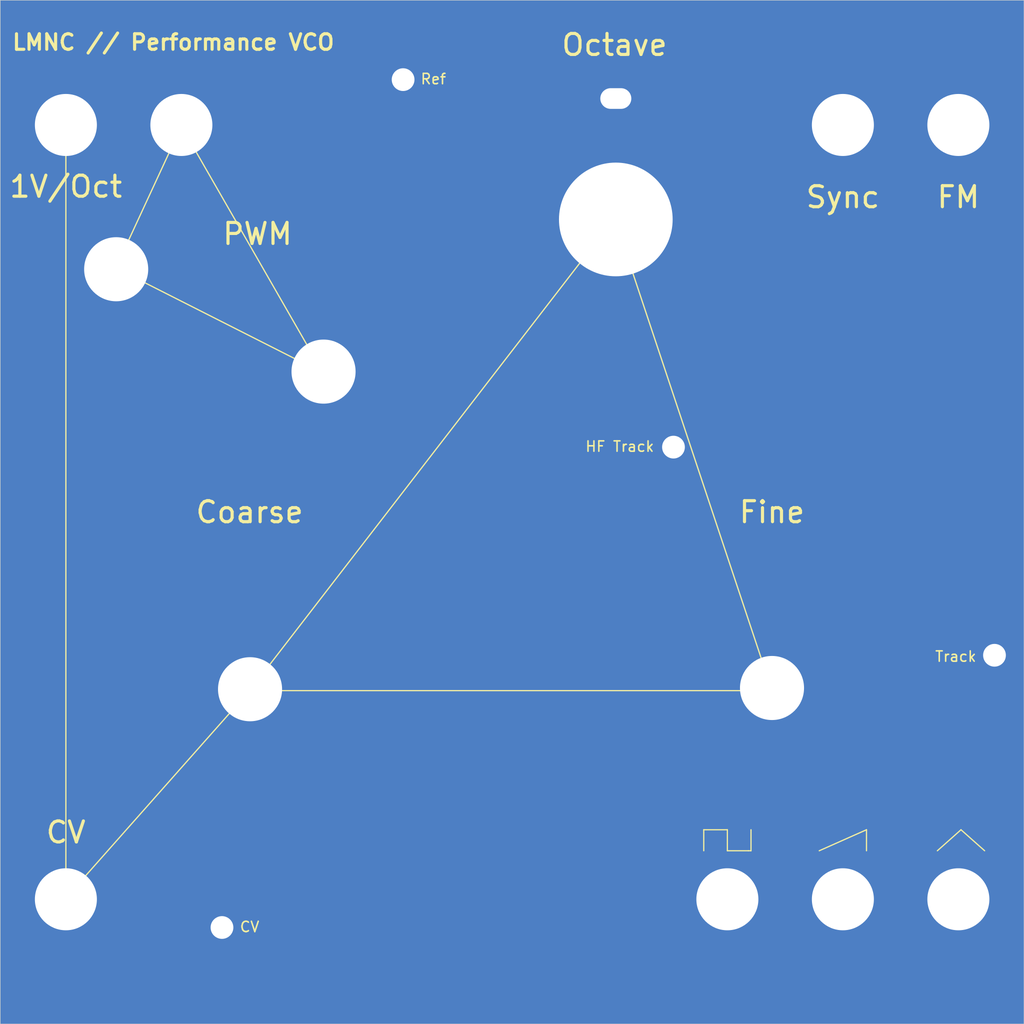
<source format=kicad_pcb>
(kicad_pcb (version 20171130) (host pcbnew 5.1.4)

  (general
    (thickness 1.6)
    (drawings 42)
    (tracks 0)
    (zones 0)
    (modules 17)
    (nets 1)
  )

  (page A4)
  (layers
    (0 F.Cu signal hide)
    (31 B.Cu signal hide)
    (32 B.Adhes user)
    (33 F.Adhes user)
    (34 B.Paste user)
    (35 F.Paste user)
    (36 B.SilkS user)
    (37 F.SilkS user)
    (38 B.Mask user)
    (39 F.Mask user)
    (40 Dwgs.User user)
    (41 Cmts.User user)
    (42 Eco1.User user)
    (43 Eco2.User user)
    (44 Edge.Cuts user)
    (45 Margin user)
    (46 B.CrtYd user)
    (47 F.CrtYd user)
    (48 B.Fab user)
    (49 F.Fab user)
  )

  (setup
    (last_trace_width 0.25)
    (trace_clearance 0.2)
    (zone_clearance 0.508)
    (zone_45_only no)
    (trace_min 0.2)
    (via_size 0.8)
    (via_drill 0.4)
    (via_min_size 0.4)
    (via_min_drill 0.3)
    (uvia_size 0.3)
    (uvia_drill 0.1)
    (uvias_allowed no)
    (uvia_min_size 0.2)
    (uvia_min_drill 0.1)
    (edge_width 0.05)
    (segment_width 0.2)
    (pcb_text_width 0.3)
    (pcb_text_size 1.5 1.5)
    (mod_edge_width 0.12)
    (mod_text_size 1 1)
    (mod_text_width 0.15)
    (pad_size 1.524 1.524)
    (pad_drill 0.762)
    (pad_to_mask_clearance 0.051)
    (solder_mask_min_width 0.25)
    (aux_axis_origin 50.8 50.8)
    (grid_origin 50.8 50.8)
    (visible_elements FFFFFF7F)
    (pcbplotparams
      (layerselection 0x010fc_ffffffff)
      (usegerberextensions false)
      (usegerberattributes true)
      (usegerberadvancedattributes false)
      (creategerberjobfile false)
      (excludeedgelayer true)
      (linewidth 0.100000)
      (plotframeref false)
      (viasonmask false)
      (mode 1)
      (useauxorigin true)
      (hpglpennumber 1)
      (hpglpenspeed 20)
      (hpglpendiameter 15.000000)
      (psnegative false)
      (psa4output false)
      (plotreference true)
      (plotvalue true)
      (plotinvisibletext false)
      (padsonsilk false)
      (subtractmaskfromsilk false)
      (outputformat 1)
      (mirror false)
      (drillshape 0)
      (scaleselection 1)
      (outputdirectory "plots/"))
  )

  (net 0 "")

  (net_class Default "This is the default net class."
    (clearance 0.2)
    (trace_width 0.25)
    (via_dia 0.8)
    (via_drill 0.4)
    (uvia_dia 0.3)
    (uvia_drill 0.1)
  )

  (module 3296W-1-250:MountingHole_Pot_Screw (layer F.Cu) (tedit 5E24BD17) (tstamp 5E24BDF8)
    (at 148.09504 115.27062 180)
    (fp_text reference REF** (at -2.286 -2.54) (layer F.Fab)
      (effects (font (size 1 1) (thickness 0.15)))
    )
    (fp_text value MountingHole_Pot_Screw (at 0.254 4.064) (layer F.Fab)
      (effects (font (size 1 1) (thickness 0.15)))
    )
    (fp_line (start 0 3.048) (end 0 0) (layer F.Fab) (width 0.12))
    (fp_line (start 0 0) (end 2.794 0) (layer F.Fab) (width 0.12))
    (pad "" np_thru_hole circle (at 1.09 1.09 180) (size 2.2 2.2) (drill 2.2) (layers *.Cu *.Mask))
  )

  (module 3296W-1-250:MountingHole_Pot_Screw (layer F.Cu) (tedit 5E24BD17) (tstamp 5E24BDC3)
    (at 117.03304 95.13062 180)
    (fp_text reference REF** (at -2.286 -2.54) (layer F.Fab)
      (effects (font (size 1 1) (thickness 0.15)))
    )
    (fp_text value MountingHole_Pot_Screw (at 0.254 4.064) (layer F.Fab)
      (effects (font (size 1 1) (thickness 0.15)))
    )
    (fp_line (start 0 0) (end 2.794 0) (layer F.Fab) (width 0.12))
    (fp_line (start 0 3.048) (end 0 0) (layer F.Fab) (width 0.12))
    (pad "" np_thru_hole circle (at 1.09 1.09 180) (size 2.2 2.2) (drill 2.2) (layers *.Cu *.Mask))
  )

  (module 3296W-1-250:MountingHole_Pot_Screw (layer F.Cu) (tedit 5E24BD17) (tstamp 5E24BDA5)
    (at 90.87104 59.57062 180)
    (fp_text reference REF** (at -2.286 -2.54) (layer F.Fab)
      (effects (font (size 1 1) (thickness 0.15)))
    )
    (fp_text value MountingHole_Pot_Screw (at 0.254 4.064) (layer F.Fab)
      (effects (font (size 1 1) (thickness 0.15)))
    )
    (fp_line (start 0 3.048) (end 0 0) (layer F.Fab) (width 0.12))
    (fp_line (start 0 0) (end 2.794 0) (layer F.Fab) (width 0.12))
    (pad "" np_thru_hole circle (at 1.09 1.09 180) (size 2.2 2.2) (drill 2.2) (layers *.Cu *.Mask))
  )

  (module 3296W-1-250:MountingHole_Pot_Screw (layer F.Cu) (tedit 5E24BD17) (tstamp 5E24BD51)
    (at 73.34504 141.61262 180)
    (fp_text reference REF** (at -2.286 -2.54) (layer F.Fab)
      (effects (font (size 1 1) (thickness 0.15)))
    )
    (fp_text value MountingHole_Pot_Screw (at 0.254 4.064) (layer F.Fab)
      (effects (font (size 1 1) (thickness 0.15)))
    )
    (fp_line (start 0 0) (end 2.794 0) (layer F.Fab) (width 0.12))
    (fp_line (start 0 3.048) (end 0 0) (layer F.Fab) (width 0.12))
    (pad "" np_thru_hole circle (at 1.09 1.09 180) (size 2.2 2.2) (drill 2.2) (layers *.Cu *.Mask))
  )

  (module 3296W-1-250:MountingHole_Pot_Alp (layer F.Cu) (tedit 5E24B8FA) (tstamp 5E24BB0E)
    (at 125.476 117.348)
    (fp_text reference REF** (at 0 -4.572) (layer F.Fab)
      (effects (font (size 1 1) (thickness 0.15)))
    )
    (fp_text value MountingHole_Pot_Alp (at 0 4.572) (layer F.Fab)
      (effects (font (size 1 1) (thickness 0.15)))
    )
    (pad "" np_thru_hole circle (at 0 0) (size 6.2 6.2) (drill 6.2) (layers *.Cu *.Mask))
  )

  (module 3296W-1-250:MountingHole_Pot_Alp (layer F.Cu) (tedit 5E24B8FA) (tstamp 5E24BAD0)
    (at 74.97064 117.46738)
    (fp_text reference REF** (at 0 -4.572) (layer F.Fab)
      (effects (font (size 1 1) (thickness 0.15)))
    )
    (fp_text value MountingHole_Pot_Alp (at 0 4.572) (layer F.Fab)
      (effects (font (size 1 1) (thickness 0.15)))
    )
    (pad "" np_thru_hole circle (at 0 0) (size 6.2 6.2) (drill 6.2) (layers *.Cu *.Mask))
  )

  (module 3296W-1-250:MountingHole_Pot_Alp (layer F.Cu) (tedit 5E24B8FA) (tstamp 5E24B96E)
    (at 82.08264 86.73338)
    (fp_text reference REF** (at 0 -4.572) (layer F.Fab)
      (effects (font (size 1 1) (thickness 0.15)))
    )
    (fp_text value MountingHole_Pot_Alp (at 0 4.572) (layer F.Fab)
      (effects (font (size 1 1) (thickness 0.15)))
    )
    (pad "" np_thru_hole circle (at 0 0) (size 6.2 6.2) (drill 6.2) (layers *.Cu *.Mask))
  )

  (module 3296W-1-250:MountingHole_Pot_Alp (layer F.Cu) (tedit 5E24B8FA) (tstamp 5E24B8FF)
    (at 62.01664 76.82738)
    (fp_text reference REF** (at 0 -4.572) (layer F.Fab)
      (effects (font (size 1 1) (thickness 0.15)))
    )
    (fp_text value MountingHole_Pot_Alp (at 0 4.572) (layer F.Fab)
      (effects (font (size 1 1) (thickness 0.15)))
    )
    (pad "" np_thru_hole circle (at 0 0) (size 6.2 6.2) (drill 6.2) (layers *.Cu *.Mask))
  )

  (module 3296W-1-250:MountingHoles_Selector_RS25 (layer F.Cu) (tedit 5E24B0A1) (tstamp 5E24B11E)
    (at 110.363 72.009)
    (descr "Mounting Hole 6mm, no annular")
    (tags "mounting hole 6mm no annular")
    (attr virtual)
    (fp_text reference REF** (at 0 -7) (layer F.Fab)
      (effects (font (size 1 1) (thickness 0.15)))
    )
    (fp_text value MountingHoles_Selector_RS25 (at 0 7) (layer F.Fab)
      (effects (font (size 1 1) (thickness 0.15)))
    )
    (fp_circle (center 0 0) (end 6.25 0) (layer F.CrtYd) (width 0.05))
    (fp_circle (center 0 0) (end 6 0) (layer Cmts.User) (width 0.15))
    (fp_text user %R (at 11.7348 -12.5222) (layer F.Fab)
      (effects (font (size 1 1) (thickness 0.15)))
    )
    (pad "" np_thru_hole oval (at 0 -11.7) (size 3 2) (drill oval 3 2) (layers *.Cu *.Mask))
    (pad "" np_thru_hole circle (at 0 0) (size 11 11) (drill 11) (layers *.Cu *.Mask))
  )

  (module MountingHole:MountingHole_6mm (layer F.Cu) (tedit 56D1B4CB) (tstamp 5E23BB64)
    (at 143.51 137.79246)
    (descr "Mounting Hole 6mm, no annular")
    (tags "mounting hole 6mm no annular")
    (attr virtual)
    (fp_text reference REF** (at 0 -7) (layer F.SilkS) hide
      (effects (font (size 1 1) (thickness 0.15)))
    )
    (fp_text value MountingHole_6mm (at 0 7) (layer F.Fab) hide
      (effects (font (size 1 1) (thickness 0.15)))
    )
    (fp_circle (center 0 0) (end 6.25 0) (layer F.CrtYd) (width 0.05))
    (fp_circle (center 0 0) (end 6 0) (layer Cmts.User) (width 0.15))
    (fp_text user %R (at 0.3 0) (layer F.Fab)
      (effects (font (size 1 1) (thickness 0.15)))
    )
    (pad 1 np_thru_hole circle (at 0 0) (size 6 6) (drill 6) (layers *.Cu *.Mask))
  )

  (module MountingHole:MountingHole_6mm (layer F.Cu) (tedit 56D1B4CB) (tstamp 5E23BB4B)
    (at 132.334 137.79246)
    (descr "Mounting Hole 6mm, no annular")
    (tags "mounting hole 6mm no annular")
    (attr virtual)
    (fp_text reference REF** (at 0 -7) (layer F.SilkS) hide
      (effects (font (size 1 1) (thickness 0.15)))
    )
    (fp_text value MountingHole_6mm (at 0 7) (layer F.Fab) hide
      (effects (font (size 1 1) (thickness 0.15)))
    )
    (fp_text user %R (at 0.3 0) (layer F.Fab)
      (effects (font (size 1 1) (thickness 0.15)))
    )
    (fp_circle (center 0 0) (end 6 0) (layer Cmts.User) (width 0.15))
    (fp_circle (center 0 0) (end 6.25 0) (layer F.CrtYd) (width 0.05))
    (pad 1 np_thru_hole circle (at 0 0) (size 6 6) (drill 6) (layers *.Cu *.Mask))
  )

  (module MountingHole:MountingHole_6mm (layer F.Cu) (tedit 56D1B4CB) (tstamp 5E23BB34)
    (at 121.158 137.79246)
    (descr "Mounting Hole 6mm, no annular")
    (tags "mounting hole 6mm no annular")
    (attr virtual)
    (fp_text reference REF** (at 0 -7) (layer F.SilkS) hide
      (effects (font (size 1 1) (thickness 0.15)))
    )
    (fp_text value MountingHole_6mm (at 0 7) (layer F.Fab) hide
      (effects (font (size 1 1) (thickness 0.15)))
    )
    (fp_circle (center 0 0) (end 6.25 0) (layer F.CrtYd) (width 0.05))
    (fp_circle (center 0 0) (end 6 0) (layer Cmts.User) (width 0.15))
    (fp_text user %R (at 0.3 0) (layer F.Fab)
      (effects (font (size 1 1) (thickness 0.15)))
    )
    (pad 1 np_thru_hole circle (at 0 0) (size 6 6) (drill 6) (layers *.Cu *.Mask))
  )

  (module MountingHole:MountingHole_6mm (layer F.Cu) (tedit 56D1B4CB) (tstamp 5E23BB1D)
    (at 57.15 137.79246)
    (descr "Mounting Hole 6mm, no annular")
    (tags "mounting hole 6mm no annular")
    (attr virtual)
    (fp_text reference REF** (at 0 -7) (layer F.SilkS) hide
      (effects (font (size 1 1) (thickness 0.15)))
    )
    (fp_text value MountingHole_6mm (at 0 7) (layer F.Fab) hide
      (effects (font (size 1 1) (thickness 0.15)))
    )
    (fp_text user %R (at 0.3 0) (layer F.Fab)
      (effects (font (size 1 1) (thickness 0.15)))
    )
    (fp_circle (center 0 0) (end 6 0) (layer Cmts.User) (width 0.15))
    (fp_circle (center 0 0) (end 6.25 0) (layer F.CrtYd) (width 0.05))
    (pad 1 np_thru_hole circle (at 0 0) (size 6 6) (drill 6) (layers *.Cu *.Mask))
  )

  (module MountingHole:MountingHole_6mm (layer F.Cu) (tedit 56D1B4CB) (tstamp 5E23BB04)
    (at 143.51 62.86754)
    (descr "Mounting Hole 6mm, no annular")
    (tags "mounting hole 6mm no annular")
    (attr virtual)
    (fp_text reference REF** (at 0 -7) (layer F.SilkS) hide
      (effects (font (size 1 1) (thickness 0.15)))
    )
    (fp_text value MountingHole_6mm (at 0 7) (layer F.Fab) hide
      (effects (font (size 1 1) (thickness 0.15)))
    )
    (fp_text user %R (at 0.3 0) (layer F.Fab)
      (effects (font (size 1 1) (thickness 0.15)))
    )
    (fp_circle (center 0 0) (end 6 0) (layer Cmts.User) (width 0.15))
    (fp_circle (center 0 0) (end 6.25 0) (layer F.CrtYd) (width 0.05))
    (pad 1 np_thru_hole circle (at 0 0) (size 6 6) (drill 6) (layers *.Cu *.Mask))
  )

  (module MountingHole:MountingHole_6mm (layer F.Cu) (tedit 56D1B4CB) (tstamp 5E23BAED)
    (at 132.334 62.86754)
    (descr "Mounting Hole 6mm, no annular")
    (tags "mounting hole 6mm no annular")
    (attr virtual)
    (fp_text reference REF** (at 0 -7) (layer F.SilkS) hide
      (effects (font (size 1 1) (thickness 0.15)))
    )
    (fp_text value MountingHole_6mm (at 0 7) (layer F.Fab) hide
      (effects (font (size 1 1) (thickness 0.15)))
    )
    (fp_circle (center 0 0) (end 6.25 0) (layer F.CrtYd) (width 0.05))
    (fp_circle (center 0 0) (end 6 0) (layer Cmts.User) (width 0.15))
    (fp_text user %R (at 0.3 0) (layer F.Fab)
      (effects (font (size 1 1) (thickness 0.15)))
    )
    (pad 1 np_thru_hole circle (at 0 0) (size 6 6) (drill 6) (layers *.Cu *.Mask))
  )

  (module MountingHole:MountingHole_6mm (layer F.Cu) (tedit 56D1B4CB) (tstamp 5E23BAD6)
    (at 68.326 62.86754)
    (descr "Mounting Hole 6mm, no annular")
    (tags "mounting hole 6mm no annular")
    (attr virtual)
    (fp_text reference REF** (at 0 -7) (layer F.SilkS) hide
      (effects (font (size 1 1) (thickness 0.15)))
    )
    (fp_text value MountingHole_6mm (at 0 7) (layer F.Fab) hide
      (effects (font (size 1 1) (thickness 0.15)))
    )
    (fp_text user %R (at 0.3 0) (layer F.Fab)
      (effects (font (size 1 1) (thickness 0.15)))
    )
    (fp_circle (center 0 0) (end 6 0) (layer Cmts.User) (width 0.15))
    (fp_circle (center 0 0) (end 6.25 0) (layer F.CrtYd) (width 0.05))
    (pad 1 np_thru_hole circle (at 0 0) (size 6 6) (drill 6) (layers *.Cu *.Mask))
  )

  (module MountingHole:MountingHole_6mm (layer F.Cu) (tedit 56D1B4CB) (tstamp 5E23BA96)
    (at 57.15 62.86754)
    (descr "Mounting Hole 6mm, no annular")
    (tags "mounting hole 6mm no annular")
    (attr virtual)
    (fp_text reference REF** (at 0 -7) (layer F.SilkS) hide
      (effects (font (size 1 1) (thickness 0.15)))
    )
    (fp_text value MountingHole_6mm (at 0 7) (layer F.Fab) hide
      (effects (font (size 1 1) (thickness 0.15)))
    )
    (fp_circle (center 0 0) (end 6.25 0) (layer F.CrtYd) (width 0.05))
    (fp_circle (center 0 0) (end 6 0) (layer Cmts.User) (width 0.15))
    (fp_text user %R (at 0.3 0) (layer F.Fab)
      (effects (font (size 1 1) (thickness 0.15)))
    )
    (pad 1 np_thru_hole circle (at 0 0) (size 6 6) (drill 6) (layers *.Cu *.Mask))
  )

  (gr_line (start 110.236 71.882) (end 74.93 117.602) (layer F.SilkS) (width 0.12) (tstamp 5E2DDADD))
  (gr_line (start 125.476 117.602) (end 110.236 71.882) (layer F.SilkS) (width 0.12))
  (gr_line (start 74.93 117.602) (end 125.476 117.602) (layer F.SilkS) (width 0.12))
  (gr_line (start 57.15 137.668) (end 74.93 117.602) (layer F.SilkS) (width 0.12))
  (gr_line (start 57.15 62.992) (end 57.15 137.668) (layer F.SilkS) (width 0.12))
  (gr_text "LMNC // Performance VCO" (at 51.816 54.864) (layer F.SilkS)
    (effects (font (size 1.5 1.5) (thickness 0.3)) (justify left))
  )
  (gr_circle (center 57.15 62.86754) (end 61.4 62.86754) (layer F.Fab) (width 0.15) (tstamp 5E24CF15))
  (gr_circle (center 57.15 137.79246) (end 61.4 137.79246) (layer F.Fab) (width 0.15))
  (gr_circle (center 74.97064 117.46738) (end 89.97064 117.46738) (layer F.Fab) (width 0.15) (tstamp 5E24CDC0))
  (gr_circle (center 125.476 117.348) (end 140.476 117.348) (layer F.Fab) (width 0.15) (tstamp 5E24CD97))
  (gr_circle (center 110.363 72.009) (end 125.363 72.009) (layer F.Fab) (width 0.15))
  (gr_text Octave (at 110.236 55.118) (layer F.SilkS)
    (effects (font (size 2.032 2.032) (thickness 0.3048)))
  )
  (gr_text Track (at 143.256 114.3) (layer F.SilkS)
    (effects (font (size 1 1) (thickness 0.15)))
  )
  (gr_text "HF Track" (at 110.744 93.98) (layer F.SilkS)
    (effects (font (size 1 1) (thickness 0.15)))
  )
  (gr_text Sync (at 132.334 69.85) (layer F.SilkS) (tstamp 5E24CBF3)
    (effects (font (size 2.032 2.032) (thickness 0.3048)))
  )
  (gr_text FM (at 143.51 69.85) (layer F.SilkS) (tstamp 5E24CBD5)
    (effects (font (size 2.032 2.032) (thickness 0.3048)))
  )
  (gr_poly (pts (xy 50.8 50.8) (xy 149.86 50.8) (xy 149.86 149.86) (xy 50.8 149.86)) (layer B.Cu) (width 0.1) (tstamp 5E24CB47))
  (gr_poly (pts (xy 50.8 50.8) (xy 149.86 50.8) (xy 149.86 149.86) (xy 50.8 149.86)) (layer F.Cu) (width 0.1))
  (gr_line (start 143.764 131.064) (end 146.05 133.096) (layer F.SilkS) (width 0.12))
  (gr_line (start 134.62 131.064) (end 134.62 133.096) (layer F.SilkS) (width 0.12))
  (gr_line (start 130.048 133.096) (end 134.62 131.064) (layer F.SilkS) (width 0.12))
  (gr_line (start 141.478 133.096) (end 143.764 131.064) (layer F.SilkS) (width 0.12))
  (gr_line (start 82.042 86.868) (end 68.326 62.992) (layer F.SilkS) (width 0.12) (tstamp 5E24C81A))
  (gr_line (start 61.976 76.708) (end 82.042 86.868) (layer F.SilkS) (width 0.12))
  (gr_line (start 68.326 62.992) (end 61.976 76.708) (layer F.SilkS) (width 0.12))
  (gr_text Ref (at 92.71 58.42) (layer F.SilkS)
    (effects (font (size 1 1) (thickness 0.15)))
  )
  (gr_text Fine (at 125.476 100.33) (layer F.SilkS) (tstamp 5E24C735)
    (effects (font (size 2.032 2.032) (thickness 0.3048)))
  )
  (gr_text Coarse (at 74.93 100.33) (layer F.SilkS)
    (effects (font (size 2.032 2.032) (thickness 0.3048)))
  )
  (gr_line (start 123.444 133.096) (end 123.444 131.064) (layer F.SilkS) (width 0.12))
  (gr_line (start 123.19 133.096) (end 123.444 133.096) (layer F.SilkS) (width 0.12))
  (gr_line (start 121.158 133.096) (end 123.19 133.096) (layer F.SilkS) (width 0.12))
  (gr_line (start 121.158 131.064) (end 121.158 133.096) (layer F.SilkS) (width 0.12))
  (gr_line (start 118.872 131.064) (end 121.158 131.064) (layer F.SilkS) (width 0.12))
  (gr_line (start 118.872 133.096) (end 118.872 131.064) (layer F.SilkS) (width 0.12))
  (gr_text CV (at 74.93 140.462) (layer F.SilkS)
    (effects (font (size 1 1) (thickness 0.15)))
  )
  (gr_text CV (at 57.15 131.318) (layer F.SilkS)
    (effects (font (size 2.032 2.032) (thickness 0.3048)))
  )
  (gr_text PWM (at 75.692 73.406) (layer F.SilkS)
    (effects (font (size 2.032 2.032) (thickness 0.3048)))
  )
  (gr_text 1V/Oct (at 57.15 68.834) (layer F.SilkS)
    (effects (font (size 2.032 2.032) (thickness 0.3048)))
  )
  (gr_line (start 50.8 149.86) (end 50.8 50.8) (layer Edge.Cuts) (width 0.05) (tstamp 5E236711))
  (gr_line (start 149.86 149.86) (end 50.8 149.86) (layer Edge.Cuts) (width 0.05))
  (gr_line (start 149.86 50.8) (end 149.86 149.86) (layer Edge.Cuts) (width 0.05))
  (gr_line (start 50.8 50.8) (end 149.86 50.8) (layer Edge.Cuts) (width 0.05))

)

</source>
